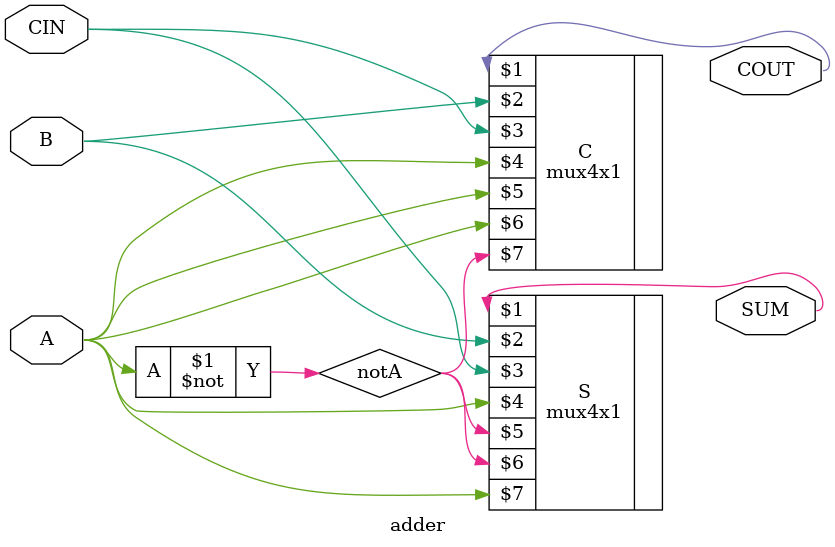
<source format=v>
module adder(A, B, CIN, SUM, COUT);
input A, B, CIN;
output SUM, COUT;

// Wires for intermediate calculations
wire notA, xor1, and1, and2;

// Invert A for use in mux4x1
assign notA = ~A;

// Implement the SUM using the mux4x1 (A XOR B XOR CIN)
mux4x1 S(SUM, B, CIN, A, notA, notA, A);

// Implement the CARRY using the mux4x1 (A AND B) OR (B AND CIN) OR (A AND CIN)
mux4x1 C(COUT, B, CIN, A, A, A, notA);

endmodule


</source>
